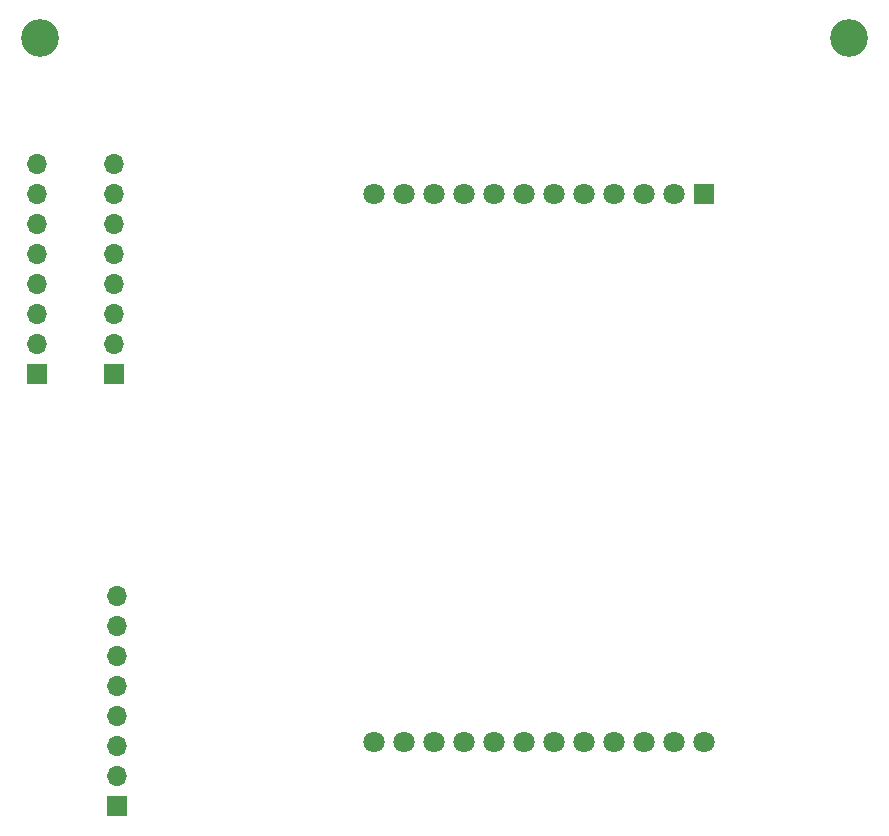
<source format=gbr>
%TF.GenerationSoftware,KiCad,Pcbnew,9.0.0*%
%TF.CreationDate,2025-04-13T20:44:06+03:30*%
%TF.ProjectId,DotMatrix,446f744d-6174-4726-9978-2e6b69636164,rev?*%
%TF.SameCoordinates,Original*%
%TF.FileFunction,Soldermask,Top*%
%TF.FilePolarity,Negative*%
%FSLAX46Y46*%
G04 Gerber Fmt 4.6, Leading zero omitted, Abs format (unit mm)*
G04 Created by KiCad (PCBNEW 9.0.0) date 2025-04-13 20:44:06*
%MOMM*%
%LPD*%
G01*
G04 APERTURE LIST*
%ADD10C,3.200000*%
%ADD11R,1.700000X1.700000*%
%ADD12O,1.700000X1.700000*%
%ADD13R,1.800000X1.800000*%
%ADD14C,1.800000*%
G04 APERTURE END LIST*
D10*
%TO.C,REF\u002A\u002A*%
X98750000Y-62750000D03*
%TD*%
D11*
%TO.C,J1*%
X105250000Y-127740000D03*
D12*
X105250000Y-125200000D03*
X105250000Y-122660000D03*
X105250000Y-120120000D03*
X105250000Y-117580000D03*
X105250000Y-115040000D03*
X105250000Y-112500000D03*
X105250000Y-109960000D03*
%TD*%
D10*
%TO.C,REF\u002A\u002A*%
X167250000Y-62750000D03*
%TD*%
D11*
%TO.C,J3*%
X98500000Y-91200000D03*
D12*
X98500000Y-88660000D03*
X98500000Y-86120000D03*
X98500000Y-83580000D03*
X98500000Y-81040000D03*
X98500000Y-78500000D03*
X98500000Y-75960000D03*
X98500000Y-73420000D03*
%TD*%
D11*
%TO.C,J2*%
X105000000Y-91200000D03*
D12*
X105000000Y-88660000D03*
X105000000Y-86120000D03*
X105000000Y-83580000D03*
X105000000Y-81040000D03*
X105000000Y-78500000D03*
X105000000Y-75960000D03*
X105000000Y-73420000D03*
%TD*%
D13*
%TO.C,U1*%
X155000000Y-75900000D03*
D14*
X152460000Y-75900000D03*
X149920000Y-75900000D03*
X147380000Y-75900000D03*
X144840000Y-75900000D03*
X142300000Y-75900000D03*
X139760000Y-75900000D03*
X137220000Y-75900000D03*
X134680000Y-75900000D03*
X132140000Y-75900000D03*
X129600000Y-75900000D03*
X127060000Y-75900000D03*
X127060000Y-122300000D03*
X129600000Y-122300000D03*
X132140000Y-122300000D03*
X134680000Y-122300000D03*
X137220000Y-122300000D03*
X139760000Y-122300000D03*
X142300000Y-122300000D03*
X144840000Y-122300000D03*
X147380000Y-122300000D03*
X149920000Y-122300000D03*
X152460000Y-122300000D03*
X155000000Y-122300000D03*
%TD*%
M02*

</source>
